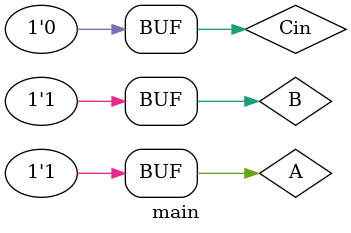
<source format=v>
module halfadd(S,C,A,B);
    input A,B;
    output S,C;
    xor xor1(S,A,B);
    and and1(C,A,B);
endmodule

module fulladd(S,Cout,A,B,Cin);
    input A,B,Cin;
    output S,Cout;
    wire w1,w2,w3;

    halfadd half1(w1,w2,A,B);
    halfadd half2(S,w3,Cin,w1);
    or or2(Cout,w2,w3);

endmodule

module main;
    reg A,B,Cin;
    wire S,Cout;

    fulladd full1(S,Cout,A,B,Cin);

    initial
        begin
            A=1;
            B=1;
            Cin=0;
            #5;
            $display("Sum = ",S);
            $display("Cout = ",Cout);
        end
endmodule

</source>
